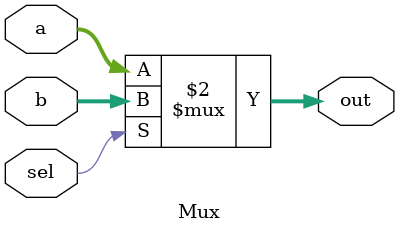
<source format=sv>
`timescale 1ns / 1ps


module Mux #(Imlength = 32)(
    input logic sel,
    input logic [Imlength-1:0]a,
    input logic [Imlength-1:0] b,
    output logic [Imlength-1: 0] out
    );
    
    always_comb
    begin
        
        out = (sel)? b : a;   // if ALu_src 
        
    end
        
endmodule

</source>
